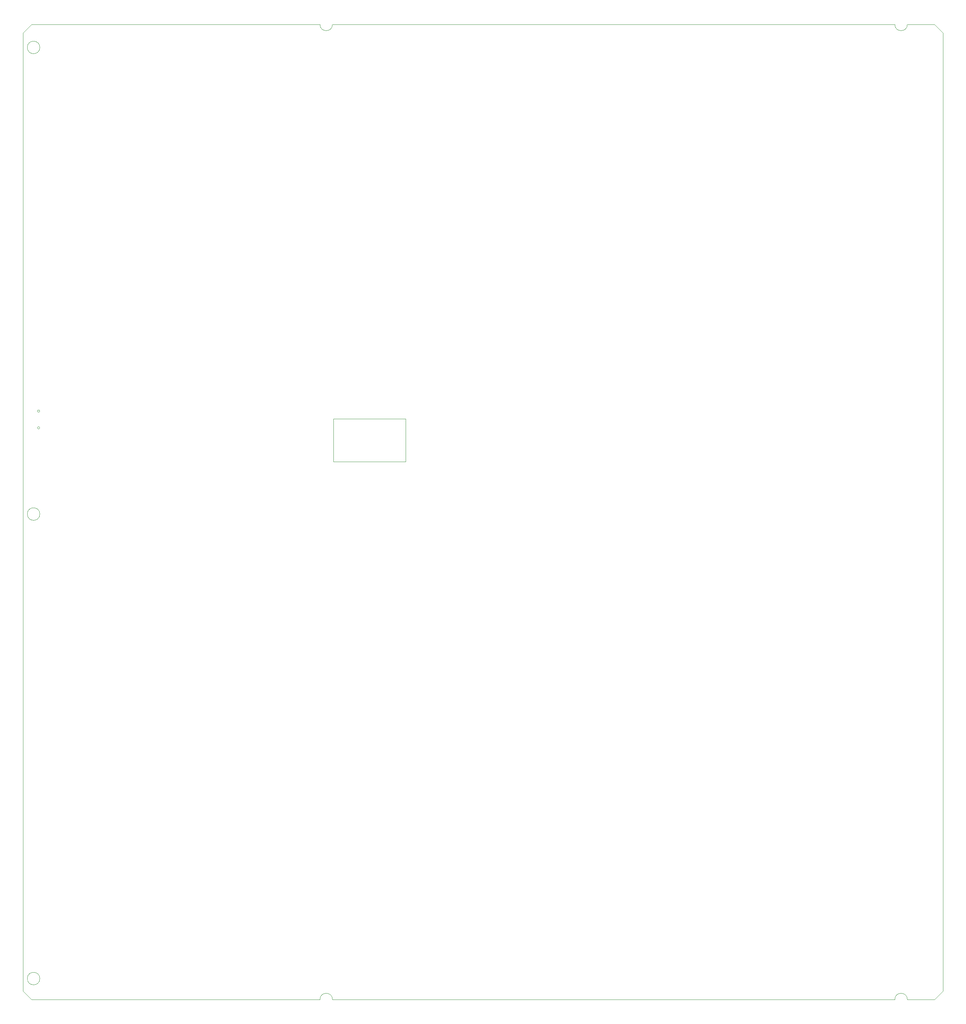
<source format=gbr>
%TF.GenerationSoftware,KiCad,Pcbnew,8.0.4-8.0.4-0~ubuntu24.04.1*%
%TF.CreationDate,2024-08-16T04:23:47+00:00*%
%TF.ProjectId,MDCL,4d44434c-2e6b-4696-9361-645f70636258,0.2*%
%TF.SameCoordinates,Original*%
%TF.FileFunction,Profile,NP*%
%FSLAX46Y46*%
G04 Gerber Fmt 4.6, Leading zero omitted, Abs format (unit mm)*
G04 Created by KiCad (PCBNEW 8.0.4-8.0.4-0~ubuntu24.04.1) date 2024-08-16 04:23:47*
%MOMM*%
%LPD*%
G01*
G04 APERTURE LIST*
%TA.AperFunction,Profile*%
%ADD10C,0.050000*%
%TD*%
G04 APERTURE END LIST*
D10*
X125750000Y-114000000D02*
X125750000Y-124000000D01*
X260000000Y-19500000D02*
X125500000Y-19500000D01*
X125500000Y-252500000D02*
X260000000Y-252500000D01*
X55500000Y-25000000D02*
G75*
G02*
X52500000Y-25000000I-1500000J0D01*
G01*
X52500000Y-25000000D02*
G75*
G02*
X55500000Y-25000000I1500000J0D01*
G01*
X53500000Y-19500000D02*
X51500000Y-21500000D01*
X122500000Y-19500000D02*
X53500000Y-19500000D01*
X260000000Y-252500000D02*
G75*
G02*
X263000000Y-252500000I1500000J0D01*
G01*
X142500000Y-113750000D02*
X125750000Y-113750000D01*
X55500000Y-136500000D02*
G75*
G02*
X52500000Y-136500000I-1500000J0D01*
G01*
X52500000Y-136500000D02*
G75*
G02*
X55500000Y-136500000I1500000J0D01*
G01*
X263000000Y-19500000D02*
G75*
G02*
X260000000Y-19500000I-1500000J0D01*
G01*
X143000000Y-124000000D02*
X143000000Y-113750000D01*
X271500000Y-250500000D02*
X271500000Y-21500000D01*
X142500000Y-113750000D02*
X143000000Y-113750000D01*
X51500000Y-21500000D02*
X51500000Y-250500000D01*
X271500000Y-21500000D02*
X269500000Y-19500000D01*
X125750000Y-124000000D02*
X142500000Y-124000000D01*
X122500000Y-252500000D02*
G75*
G02*
X125500000Y-252500000I1500000J0D01*
G01*
X142500000Y-124000000D02*
X143000000Y-124000000D01*
X269500000Y-252500000D02*
X271500000Y-250500000D01*
X263000000Y-252500000D02*
X269500000Y-252500000D01*
X125500000Y-19500000D02*
G75*
G02*
X122500000Y-19500000I-1500000J0D01*
G01*
X51500000Y-250500000D02*
X53500000Y-252500000D01*
X125750000Y-113750000D02*
X125750000Y-114000000D01*
X269500000Y-19500000D02*
X263000000Y-19500000D01*
X53500000Y-252500000D02*
X122500000Y-252500000D01*
X55500000Y-247500000D02*
G75*
G02*
X52500000Y-247500000I-1500000J0D01*
G01*
X52500000Y-247500000D02*
G75*
G02*
X55500000Y-247500000I1500000J0D01*
G01*
%TO.C,J4*%
X55475000Y-111900000D02*
G75*
G02*
X54925000Y-111900000I-275000J0D01*
G01*
X54925000Y-111900000D02*
G75*
G02*
X55475000Y-111900000I275000J0D01*
G01*
X55475000Y-115900000D02*
G75*
G02*
X54925000Y-115900000I-275000J0D01*
G01*
X54925000Y-115900000D02*
G75*
G02*
X55475000Y-115900000I275000J0D01*
G01*
%TD*%
M02*

</source>
